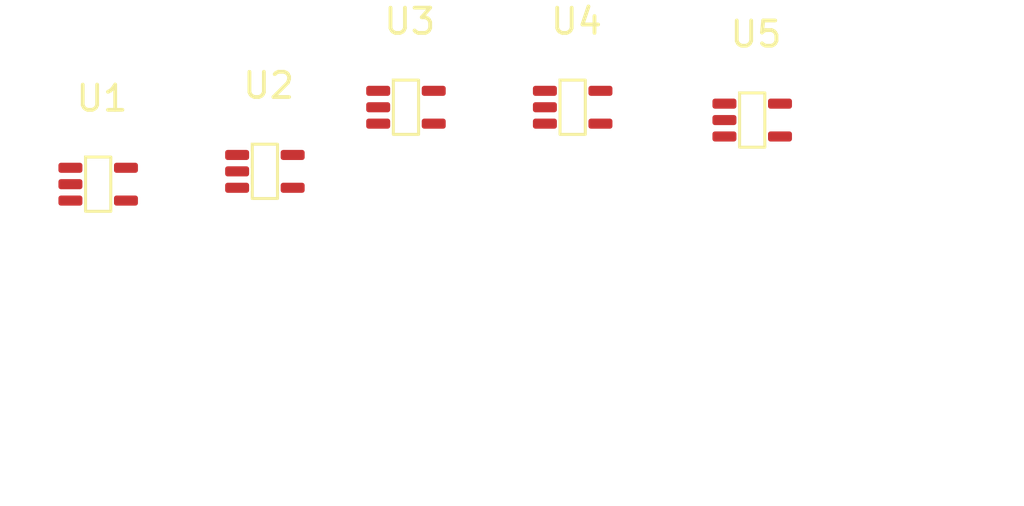
<source format=kicad_pcb>
(kicad_pcb (version 20211014) (generator pcbnew)
  (layers (0 "F.Cu" signal) (31 "B.Cu" signal) (34 "B.Paste" user) (35 "F.Paste" user) (36 "B.SilkS" user "B.Silkscreen") (37 "F.SilkS" user "F.Silkscreen") (38 "B.Mask" user) (39 "F.Mask" user) (44 "Edge.Cuts" user))
  (net 0 "")
  (net 1 "Net-(U1-Pad1)")
  (net 2 "GNDREF")
  (net 3 "Net-(U1-Pad4)")
  (net 4 "VCC")
  (net 5 "Net-(U2-Pad2)")
  (net 6 "Net-(U2-Pad4)")
  (net 7 "Net-(U3-Pad4)")
  (net 8 "Net-(U4-Pad2)")
  (net 9 "Net-(U4-Pad4)")
  (footprint "cells:SN74LVC1G00DCKR" (layer "F.Cu") (at 125.392 62.85)
    (fp_text reference "U3" (at 1.25 -2.75 unlocked) (layer "F.SilkS"))
    (fp_text value "SN74LVC1G00DCKR")
    (fp_rect (start 0.6 -0.425) (end 1.6 1.725) (layer "F.SilkS") (width 0.12) (fill none))
    (pad "1" smd roundrect (at 0 0) (size 0.95 0.4) (layers "F.Cu" "F.Paste" "F.Mask") (net 5 "Net-(U2-Pad2)"))
    (pad "2" smd roundrect (at 0 0.65) (size 0.95 0.4) (layers "F.Cu" "F.Paste" "F.Mask") (net 3 "Net-(U1-Pad4)"))
    (pad "3" smd roundrect (at 0 1.3) (size 0.95 0.4) (layers "F.Cu" "F.Paste" "F.Mask") (net 2 "GNDREF"))
    (pad "4" smd roundrect (at 2.2 1.3) (size 0.95 0.4) (layers "F.Cu" "F.Paste" "F.Mask") (net 7 "Net-(U3-Pad4)"))
    (pad "5" smd roundrect (at 2.2 0) (size 0.95 0.4) (layers "F.Cu" "F.Paste" "F.Mask") (net 4 "VCC"))
  )
  (footprint "cells:SN74LVC1G00DCKR" (layer "F.Cu") (at 119.804 65.39)
    (fp_text reference "U2" (at 1.25 -2.75 unlocked) (layer "F.SilkS"))
    (fp_text value "SN74LVC1G00DCKR")
    (fp_rect (start 0.6 -0.425) (end 1.6 1.725) (layer "F.SilkS") (width 0.12) (fill none))
    (pad "1" smd roundrect (at 0 0) (size 0.95 0.4) (layers "F.Cu" "F.Paste" "F.Mask") (net 1 "Net-(U1-Pad1)"))
    (pad "2" smd roundrect (at 0 0.65) (size 0.95 0.4) (layers "F.Cu" "F.Paste" "F.Mask") (net 5 "Net-(U2-Pad2)"))
    (pad "3" smd roundrect (at 0 1.3) (size 0.95 0.4) (layers "F.Cu" "F.Paste" "F.Mask") (net 2 "GNDREF"))
    (pad "4" smd roundrect (at 2.2 1.3) (size 0.95 0.4) (layers "F.Cu" "F.Paste" "F.Mask") (net 6 "Net-(U2-Pad4)"))
    (pad "5" smd roundrect (at 2.2 0) (size 0.95 0.4) (layers "F.Cu" "F.Paste" "F.Mask") (net 4 "VCC"))
  )
  (footprint "cells:SN74LVC1G00DCKR" (layer "F.Cu") (at 113.2 65.898)
    (fp_text reference "U1" (at 1.25 -2.75 unlocked) (layer "F.SilkS"))
    (fp_text value "SN74LVC1G00DCKR")
    (fp_rect (start 0.6 -0.425) (end 1.6 1.725) (layer "F.SilkS") (width 0.12) (fill none))
    (pad "1" smd roundrect (at 0 0) (size 0.95 0.4) (layers "F.Cu" "F.Paste" "F.Mask") (net 1 "Net-(U1-Pad1)"))
    (pad "2" smd roundrect (at 0 0.65) (size 0.95 0.4) (layers "F.Cu" "F.Paste" "F.Mask") (net 1 "Net-(U1-Pad1)"))
    (pad "3" smd roundrect (at 0 1.3) (size 0.95 0.4) (layers "F.Cu" "F.Paste" "F.Mask") (net 2 "GNDREF"))
    (pad "4" smd roundrect (at 2.2 1.3) (size 0.95 0.4) (layers "F.Cu" "F.Paste" "F.Mask") (net 3 "Net-(U1-Pad4)"))
    (pad "5" smd roundrect (at 2.2 0) (size 0.95 0.4) (layers "F.Cu" "F.Paste" "F.Mask") (net 4 "VCC"))
  )
  (footprint "cells:SN74LVC1G00DCKR" (layer "F.Cu") (at 131.996 62.85)
    (fp_text reference "U4" (at 1.25 -2.75 unlocked) (layer "F.SilkS"))
    (fp_text value "SN74LVC1G00DCKR")
    (fp_rect (start 0.6 -0.425) (end 1.6 1.725) (layer "F.SilkS") (width 0.12) (fill none))
    (pad "1" smd roundrect (at 0 0) (size 0.95 0.4) (layers "F.Cu" "F.Paste" "F.Mask") (net 6 "Net-(U2-Pad4)"))
    (pad "2" smd roundrect (at 0 0.65) (size 0.95 0.4) (layers "F.Cu" "F.Paste" "F.Mask") (net 8 "Net-(U4-Pad2)"))
    (pad "3" smd roundrect (at 0 1.3) (size 0.95 0.4) (layers "F.Cu" "F.Paste" "F.Mask") (net 2 "GNDREF"))
    (pad "4" smd roundrect (at 2.2 1.3) (size 0.95 0.4) (layers "F.Cu" "F.Paste" "F.Mask") (net 9 "Net-(U4-Pad4)"))
    (pad "5" smd roundrect (at 2.2 0) (size 0.95 0.4) (layers "F.Cu" "F.Paste" "F.Mask") (net 4 "VCC"))
  )
  (footprint "cells:SN74LVC1G00DCKR" (layer "F.Cu") (at 139.108 63.358)
    (fp_text reference "U5" (at 1.25 -2.75 unlocked) (layer "F.SilkS"))
    (fp_text value "SN74LVC1G00DCKR")
    (fp_rect (start 0.6 -0.425) (end 1.6 1.725) (layer "F.SilkS") (width 0.12) (fill none))
    (pad "1" smd roundrect (at 0 0) (size 0.95 0.4) (layers "F.Cu" "F.Paste" "F.Mask") (net 9 "Net-(U4-Pad4)"))
    (pad "2" smd roundrect (at 0 0.65) (size 0.95 0.4) (layers "F.Cu" "F.Paste" "F.Mask") (net 7 "Net-(U3-Pad4)"))
    (pad "3" smd roundrect (at 0 1.3) (size 0.95 0.4) (layers "F.Cu" "F.Paste" "F.Mask") (net 2 "GNDREF"))
    (pad "4" smd roundrect (at 2.2 1.3) (size 0.95 0.4) (layers "F.Cu" "F.Paste" "F.Mask") (net 8 "Net-(U4-Pad2)"))
    (pad "5" smd roundrect (at 2.2 0) (size 0.95 0.4) (layers "F.Cu" "F.Paste" "F.Mask") (net 4 "VCC"))
  )
)
</source>
